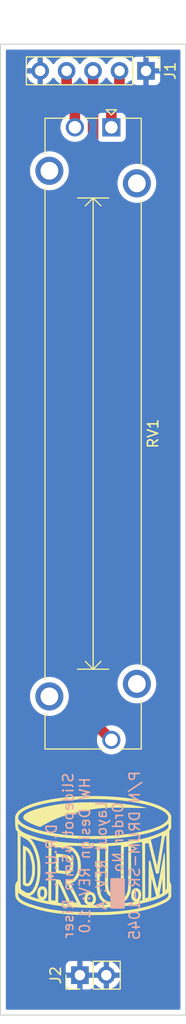
<source format=kicad_pcb>
(kicad_pcb (version 20211014) (generator pcbnew)
  (layers (0 "F.Cu" signal) (31 "B.Cu" signal) (34 "B.Paste" user) (35 "F.Paste" user) (36 "B.SilkS" user "B.Silkscreen") (37 "F.SilkS" user "F.Silkscreen") (38 "B.Mask" user) (39 "F.Mask" user) (44 "Edge.Cuts" user))
  (net 0 "")
  (net 1 "Net-(J1-Pad2)")
  (net 2 "GND")
  (net 3 "Net-(J1-Pad3)")
  (net 4 "Net-(J1-Pad4)")
  (footprint "Connector_PinHeader_2.54mm:PinHeader_1x05_P2.54mm_Vertical" (layer "F.Cu") (at 170.175 45.72 -90)
    (fp_text reference "J1" (at 0 -2.33 -90) (layer "F.SilkS"))
    (fp_text value "Conn_01x05_Male")
    (pad "1" thru_hole rect (at 0 0 270) (size 1.7 1.7) (drill 1) (layers *.Cu *.Mask) (net 2 "GND"))
    (pad "2" thru_hole oval (at 0 2.54 270) (size 1.7 1.7) (drill 1) (layers *.Cu *.Mask) (net 1 "Net-(J1-Pad2)"))
    (pad "3" thru_hole oval (at 0 5.08 270) (size 1.7 1.7) (drill 1) (layers *.Cu *.Mask) (net 3 "Net-(J1-Pad3)"))
    (pad "4" thru_hole oval (at 0 7.62 270) (size 1.7 1.7) (drill 1) (layers *.Cu *.Mask) (net 4 "Net-(J1-Pad4)"))
    (pad "5" thru_hole oval (at 0 10.16 270) (size 1.7 1.7) (drill 1) (layers *.Cu *.Mask) (net 2 "GND"))
  )
  (footprint "LOGO" (layer "F.Cu") (at 165.1 120.65)
    (fp_text reference "G***" hide)
    (fp_text value "LOGO" hide)
  )
  (footprint "Connector_PinHeader_2.54mm:PinHeader_1x02_P2.54mm_Vertical" (layer "F.Cu") (at 163.83 132.08 90)
    (fp_text reference "J2" (at 0 -2.33 90) (layer "F.SilkS"))
    (fp_text value "Conn_01x02")
    (pad "1" thru_hole rect (at 0 0 90) (size 1.7 1.7) (drill 1) (layers *.Cu *.Mask) (net 2 "GND"))
    (pad "2" thru_hole oval (at 0 2.54 90) (size 1.7 1.7) (drill 1) (layers *.Cu *.Mask) (net 2 "GND"))
  )
  (footprint "Potentiometer_THT:Potentiometer_Bourns_PTA4543_Single_Slide" (layer "F.Cu") (at 166.85 51.11 -90)
    (fp_text reference "RV1" (at 29.25 -4 -90) (layer "F.SilkS"))
    (fp_text value "R_Potentiometer")
    (pad "1" thru_hole rect (at 0 0 270) (size 1.75 1.75) (drill 1.2) (layers *.Cu *.Mask) (net 1 "Net-(J1-Pad2)"))
    (pad "2" thru_hole circle (at 0 3.5 270) (size 1.75 1.75) (drill 1.2) (layers *.Cu *.Mask) (net 4 "Net-(J1-Pad4)"))
    (pad "3" thru_hole circle (at 58.5 0 270) (size 1.75 1.75) (drill 1.2) (layers *.Cu *.Mask) (net 3 "Net-(J1-Pad3)"))
    (pad "MP" thru_hole circle (at 5.35 -2.45 270) (size 2.7 2.7) (drill 1.7) (layers *.Cu *.Mask))
    (pad "MP" thru_hole circle (at 4.15 5.95 270) (size 2.7 2.7) (drill 1.7) (layers *.Cu *.Mask))
    (pad "MP" thru_hole circle (at 53.15 -2.45 270) (size 2.7 2.7) (drill 1.7) (layers *.Cu *.Mask))
    (pad "MP" thru_hole circle (at 54.35 5.95 270) (size 2.7 2.7) (drill 1.7) (layers *.Cu *.Mask))
  )
  (gr_rect (start 156.21 43.18) (end 173.99 135.89) (layer "Edge.Cuts") (width 0.1) (fill none))
  (gr_text "D.R.U.M.\nSlidepot 45mm Riser\nHW Design REV: 1.0\nLayout REV: A\nOrder No.    \nP/N DRUM-SR-1045" (at 165.1 120.65 90) (layer "B.SilkS") (effects (font (size 0.9906 0.9906) (thickness 0.14986)) (justify mirror)))
  (segment (start 166.85 48.415) (end 166.85 51.11) (width 1.016) (layer "F.Cu") (net 1))
  (segment (start 167.625 45.72) (end 167.625 47.64) (width 1.016) (layer "F.Cu") (net 1))
  (segment (start 167.625 47.64) (end 166.85 48.415) (width 1.016) (layer "F.Cu") (net 1))
  (segment (start 165.095 45.72) (end 165.095 107.855) (width 1.016) (layer "F.Cu") (net 3))
  (segment (start 165.095 107.855) (end 166.85 109.61) (width 1.016) (layer "F.Cu") (net 3))
  (segment (start 162.555 48.255) (end 162.555 45.72) (width 1.016) (layer "F.Cu") (net 4))
  (segment (start 163.35 51.11) (end 163.35 49.05) (width 1.016) (layer "F.Cu") (net 4))
  (segment (start 163.35 49.05) (end 162.555 48.255) (width 1.016) (layer "F.Cu") (net 4))
  (zone (net 2) (net_name "GND") (layers F&B.Cu) (connect_pads (clearance 0.508)) (min_thickness 0.254) (fill yes (thermal_gap 0.508) (thermal_bridge_width 0.508))
    (polygon (pts (xy 173.99 135.89) (xy 156.21 135.89) (xy 156.21 43.18) (xy 173.99 43.18)))
  )
  (zone (net 0) (net_name "") (layer "B.SilkS") (connect_pads (clearance 0.508)) (min_thickness 0.254) (fill yes (thermal_gap 0.508) (thermal_bridge_width 0.508))
    (polygon (pts (xy 168.148 125.73) (xy 166.751 125.73) (xy 166.751 122.809) (xy 168.148 122.809)))
  )
)
</source>
